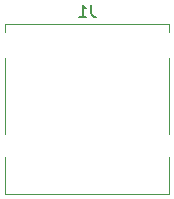
<source format=gbr>
%TF.GenerationSoftware,KiCad,Pcbnew,(5.1.10)-1*%
%TF.CreationDate,2022-01-27T16:49:40-03:30*%
%TF.ProjectId,mallard,6d616c6c-6172-4642-9e6b-696361645f70,rev?*%
%TF.SameCoordinates,Original*%
%TF.FileFunction,Legend,Bot*%
%TF.FilePolarity,Positive*%
%FSLAX46Y46*%
G04 Gerber Fmt 4.6, Leading zero omitted, Abs format (unit mm)*
G04 Created by KiCad (PCBNEW (5.1.10)-1) date 2022-01-27 16:49:40*
%MOMM*%
%LPD*%
G01*
G04 APERTURE LIST*
%ADD10C,0.120000*%
%ADD11C,0.150000*%
G04 APERTURE END LIST*
D10*
%TO.C,J1*%
X159924000Y-134092000D02*
X159924000Y-134802000D01*
X146004000Y-134092000D02*
X146004000Y-134802000D01*
X159924000Y-134092000D02*
X146004000Y-134092000D01*
X146004000Y-143452000D02*
X146004000Y-137002000D01*
X159924000Y-143452000D02*
X159924000Y-137002000D01*
X159924000Y-148462000D02*
X159924000Y-145352000D01*
X146004000Y-148462000D02*
X146004000Y-145352000D01*
X159924000Y-148462000D02*
X146004000Y-148462000D01*
D11*
X153297333Y-132504380D02*
X153297333Y-133218666D01*
X153344952Y-133361523D01*
X153440190Y-133456761D01*
X153583047Y-133504380D01*
X153678285Y-133504380D01*
X152297333Y-133504380D02*
X152868761Y-133504380D01*
X152583047Y-133504380D02*
X152583047Y-132504380D01*
X152678285Y-132647238D01*
X152773523Y-132742476D01*
X152868761Y-132790095D01*
%TD*%
M02*

</source>
